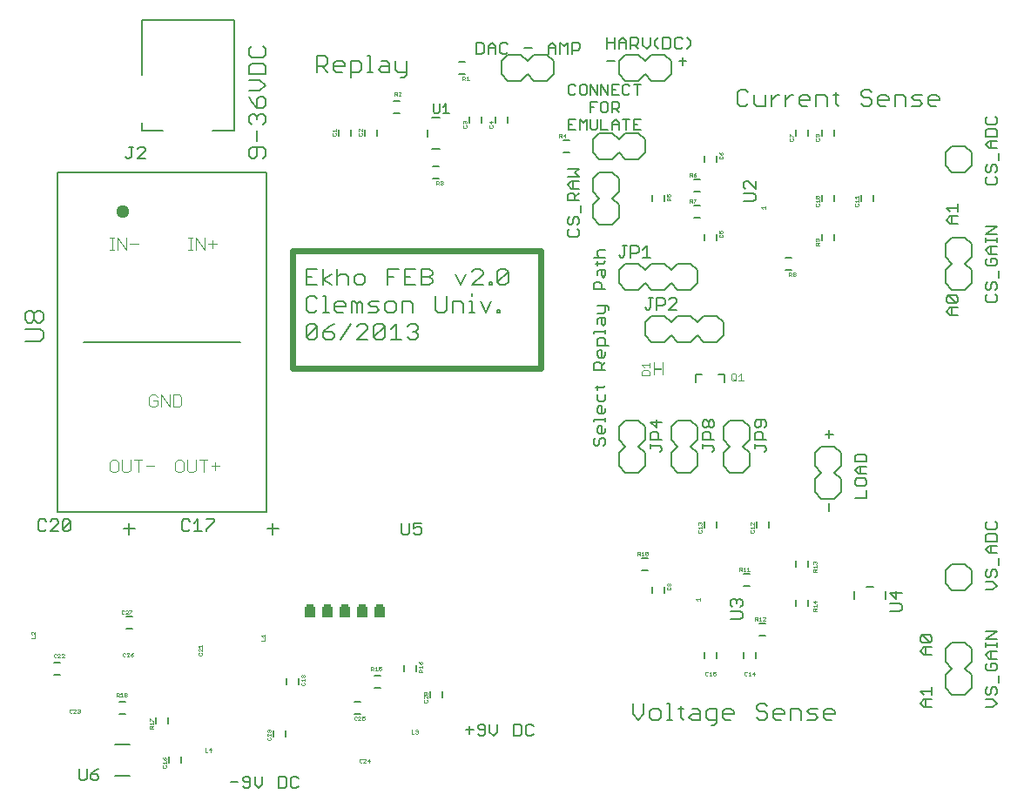
<source format=gto>
G75*
%MOIN*%
%OFA0B0*%
%FSLAX24Y24*%
%IPPOS*%
%LPD*%
%AMOC8*
5,1,8,0,0,1.08239X$1,22.5*
%
%ADD10C,0.0080*%
%ADD11C,0.0060*%
%ADD12C,0.0070*%
%ADD13C,0.0240*%
%ADD14C,0.0020*%
%ADD15C,0.0050*%
%ADD16C,0.0510*%
%ADD17C,0.0030*%
%ADD18R,0.0400X0.0400*%
%ADD19R,0.0315X0.0157*%
%ADD20C,0.0040*%
%ADD21R,0.0305X0.0050*%
D10*
X011743Y017690D02*
X011640Y017793D01*
X012054Y018207D01*
X012054Y017793D01*
X011950Y017690D01*
X011743Y017690D01*
X011640Y017793D02*
X011640Y018207D01*
X011743Y018311D01*
X011950Y018311D01*
X012054Y018207D01*
X012285Y018000D02*
X012595Y018000D01*
X012698Y017897D01*
X012698Y017793D01*
X012595Y017690D01*
X012388Y017690D01*
X012285Y017793D01*
X012285Y018000D01*
X012491Y018207D01*
X012698Y018311D01*
X012818Y018740D02*
X012714Y018843D01*
X012714Y019050D01*
X012818Y019154D01*
X013025Y019154D01*
X013128Y019050D01*
X013128Y018947D01*
X012714Y018947D01*
X012818Y018740D02*
X013025Y018740D01*
X013359Y018740D02*
X013359Y019154D01*
X013462Y019154D01*
X013566Y019050D01*
X013669Y019154D01*
X013772Y019050D01*
X013772Y018740D01*
X013566Y018740D02*
X013566Y019050D01*
X014003Y019050D02*
X014107Y018947D01*
X014314Y018947D01*
X014417Y018843D01*
X014314Y018740D01*
X014003Y018740D01*
X014003Y019050D02*
X014107Y019154D01*
X014417Y019154D01*
X014648Y019050D02*
X014648Y018843D01*
X014751Y018740D01*
X014958Y018740D01*
X015062Y018843D01*
X015062Y019050D01*
X014958Y019154D01*
X014751Y019154D01*
X014648Y019050D01*
X015292Y019154D02*
X015292Y018740D01*
X015292Y019154D02*
X015603Y019154D01*
X015706Y019050D01*
X015706Y018740D01*
X015611Y018311D02*
X015818Y018311D01*
X015921Y018207D01*
X015921Y018104D01*
X015818Y018000D01*
X015921Y017897D01*
X015921Y017793D01*
X015818Y017690D01*
X015611Y017690D01*
X015507Y017793D01*
X015276Y017690D02*
X014863Y017690D01*
X015070Y017690D02*
X015070Y018311D01*
X014863Y018104D01*
X014632Y018207D02*
X014632Y017793D01*
X014528Y017690D01*
X014322Y017690D01*
X014218Y017793D01*
X014632Y018207D01*
X014528Y018311D01*
X014322Y018311D01*
X014218Y018207D01*
X014218Y017793D01*
X013987Y017690D02*
X013574Y017690D01*
X013987Y018104D01*
X013987Y018207D01*
X013884Y018311D01*
X013677Y018311D01*
X013574Y018207D01*
X013343Y018311D02*
X012929Y017690D01*
X012491Y018740D02*
X012285Y018740D01*
X012388Y018740D02*
X012388Y019361D01*
X012285Y019361D01*
X012054Y019257D02*
X011950Y019361D01*
X011743Y019361D01*
X011640Y019257D01*
X011640Y018843D01*
X011743Y018740D01*
X011950Y018740D01*
X012054Y018843D01*
X012054Y019790D02*
X011640Y019790D01*
X011640Y020411D01*
X012054Y020411D01*
X012285Y020411D02*
X012285Y019790D01*
X012285Y019997D02*
X012595Y020204D01*
X012822Y020100D02*
X012925Y020204D01*
X013132Y020204D01*
X013235Y020100D01*
X013235Y019790D01*
X013466Y019893D02*
X013570Y019790D01*
X013776Y019790D01*
X013880Y019893D01*
X013880Y020100D01*
X013776Y020204D01*
X013570Y020204D01*
X013466Y020100D01*
X013466Y019893D01*
X012822Y019790D02*
X012822Y020411D01*
X012595Y019790D02*
X012285Y019997D01*
X011847Y020100D02*
X011640Y020100D01*
X014755Y020100D02*
X014962Y020100D01*
X014755Y019790D02*
X014755Y020411D01*
X015169Y020411D01*
X015400Y020411D02*
X015400Y019790D01*
X015814Y019790D01*
X016044Y019790D02*
X016355Y019790D01*
X016458Y019893D01*
X016458Y019997D01*
X016355Y020100D01*
X016044Y020100D01*
X016044Y019790D02*
X016044Y020411D01*
X016355Y020411D01*
X016458Y020307D01*
X016458Y020204D01*
X016355Y020100D01*
X015814Y020411D02*
X015400Y020411D01*
X015400Y020100D02*
X015607Y020100D01*
X016582Y019361D02*
X016582Y018843D01*
X016685Y018740D01*
X016892Y018740D01*
X016995Y018843D01*
X016995Y019361D01*
X017226Y019154D02*
X017536Y019154D01*
X017640Y019050D01*
X017640Y018740D01*
X017871Y018740D02*
X018077Y018740D01*
X017974Y018740D02*
X017974Y019154D01*
X017871Y019154D01*
X017974Y019361D02*
X017974Y019464D01*
X017978Y019790D02*
X018392Y020204D01*
X018392Y020307D01*
X018288Y020411D01*
X018081Y020411D01*
X017978Y020307D01*
X017747Y020204D02*
X017540Y019790D01*
X017334Y020204D01*
X017978Y019790D02*
X018392Y019790D01*
X018623Y019790D02*
X018726Y019790D01*
X018726Y019893D01*
X018623Y019893D01*
X018623Y019790D01*
X018945Y019893D02*
X019359Y020307D01*
X019359Y019893D01*
X019255Y019790D01*
X019048Y019790D01*
X018945Y019893D01*
X018945Y020307D01*
X019048Y020411D01*
X019255Y020411D01*
X019359Y020307D01*
X018714Y019154D02*
X018507Y018740D01*
X018300Y019154D01*
X018945Y018843D02*
X019048Y018843D01*
X019048Y018740D01*
X018945Y018740D01*
X018945Y018843D01*
X017226Y018740D02*
X017226Y019154D01*
X015818Y018000D02*
X015714Y018000D01*
X015507Y018207D02*
X015611Y018311D01*
X022600Y022350D02*
X022850Y022100D01*
X023350Y022100D01*
X023600Y022350D01*
X023600Y022850D01*
X023350Y023100D01*
X023600Y023350D01*
X023600Y023850D01*
X023350Y024100D01*
X022850Y024100D01*
X022600Y023850D01*
X022600Y023350D01*
X022850Y023100D01*
X022600Y022850D01*
X022600Y022350D01*
X023850Y020600D02*
X023600Y020350D01*
X023600Y019850D01*
X023850Y019600D01*
X024350Y019600D01*
X024600Y019850D01*
X024850Y019600D01*
X025350Y019600D01*
X025600Y019850D01*
X025850Y019600D01*
X026350Y019600D01*
X026600Y019850D01*
X026600Y020350D01*
X026350Y020600D01*
X025850Y020600D01*
X025600Y020350D01*
X025350Y020600D01*
X024850Y020600D01*
X024600Y020350D01*
X024350Y020600D01*
X023850Y020600D01*
X024850Y018600D02*
X024600Y018350D01*
X024600Y017850D01*
X024850Y017600D01*
X025350Y017600D01*
X025600Y017850D01*
X025850Y017600D01*
X026350Y017600D01*
X026600Y017850D01*
X026850Y017600D01*
X027350Y017600D01*
X027600Y017850D01*
X027600Y018350D01*
X027350Y018600D01*
X026850Y018600D01*
X026600Y018350D01*
X026350Y018600D01*
X025850Y018600D01*
X025600Y018350D01*
X025350Y018600D01*
X024850Y018600D01*
X026549Y016376D02*
X026549Y016061D01*
X026549Y016376D02*
X026785Y016376D01*
X027415Y016376D02*
X027651Y016376D01*
X027651Y016061D01*
X027850Y014600D02*
X028350Y014600D01*
X028600Y014350D01*
X028600Y013850D01*
X028350Y013600D01*
X028600Y013350D01*
X028600Y012850D01*
X028350Y012600D01*
X027850Y012600D01*
X027600Y012850D01*
X027600Y013350D01*
X027850Y013600D01*
X027600Y013850D01*
X027600Y014350D01*
X027850Y014600D01*
X026600Y014350D02*
X026600Y013850D01*
X026350Y013600D01*
X026600Y013350D01*
X026600Y012850D01*
X026350Y012600D01*
X025850Y012600D01*
X025600Y012850D01*
X025600Y013350D01*
X025850Y013600D01*
X025600Y013850D01*
X025600Y014350D01*
X025850Y014600D01*
X026350Y014600D01*
X026600Y014350D01*
X024600Y014350D02*
X024600Y013850D01*
X024350Y013600D01*
X024600Y013350D01*
X024600Y012850D01*
X024350Y012600D01*
X023850Y012600D01*
X023600Y012850D01*
X023600Y013350D01*
X023850Y013600D01*
X023600Y013850D01*
X023600Y014350D01*
X023850Y014600D01*
X024350Y014600D01*
X024600Y014350D01*
X031100Y013350D02*
X031100Y012850D01*
X031350Y012600D01*
X031100Y012350D01*
X031100Y011850D01*
X031350Y011600D01*
X031850Y011600D01*
X032100Y011850D01*
X032100Y012350D01*
X031850Y012600D01*
X032100Y012850D01*
X032100Y013350D01*
X031850Y013600D01*
X031350Y013600D01*
X031100Y013350D01*
X036100Y008850D02*
X036100Y008350D01*
X036350Y008100D01*
X036850Y008100D01*
X037100Y008350D01*
X037100Y008850D01*
X036850Y009100D01*
X036350Y009100D01*
X036100Y008850D01*
X036350Y006100D02*
X036850Y006100D01*
X037100Y005850D01*
X037100Y005350D01*
X036850Y005100D01*
X037100Y004850D01*
X037100Y004350D01*
X036850Y004100D01*
X036350Y004100D01*
X036100Y004350D01*
X036100Y004850D01*
X036350Y005100D01*
X036100Y005350D01*
X036100Y005850D01*
X036350Y006100D01*
X031859Y003450D02*
X031859Y003347D01*
X031445Y003347D01*
X031445Y003450D02*
X031548Y003554D01*
X031755Y003554D01*
X031859Y003450D01*
X031755Y003140D02*
X031548Y003140D01*
X031445Y003243D01*
X031445Y003450D01*
X031214Y003554D02*
X030904Y003554D01*
X030800Y003450D01*
X030904Y003347D01*
X031111Y003347D01*
X031214Y003243D01*
X031111Y003140D01*
X030800Y003140D01*
X030569Y003140D02*
X030569Y003450D01*
X030466Y003554D01*
X030156Y003554D01*
X030156Y003140D01*
X029925Y003347D02*
X029511Y003347D01*
X029511Y003450D02*
X029615Y003554D01*
X029822Y003554D01*
X029925Y003450D01*
X029925Y003347D01*
X029822Y003140D02*
X029615Y003140D01*
X029511Y003243D01*
X029511Y003450D01*
X029280Y003347D02*
X029280Y003243D01*
X029177Y003140D01*
X028970Y003140D01*
X028867Y003243D01*
X028970Y003450D02*
X029177Y003450D01*
X029280Y003347D01*
X029280Y003657D02*
X029177Y003761D01*
X028970Y003761D01*
X028867Y003657D01*
X028867Y003554D01*
X028970Y003450D01*
X027991Y003450D02*
X027991Y003347D01*
X027578Y003347D01*
X027578Y003450D02*
X027681Y003554D01*
X027888Y003554D01*
X027991Y003450D01*
X027888Y003140D02*
X027681Y003140D01*
X027578Y003243D01*
X027578Y003450D01*
X027347Y003554D02*
X027347Y003037D01*
X027243Y002933D01*
X027140Y002933D01*
X027036Y003140D02*
X027347Y003140D01*
X027036Y003140D02*
X026933Y003243D01*
X026933Y003450D01*
X027036Y003554D01*
X027347Y003554D01*
X026702Y003450D02*
X026702Y003140D01*
X026392Y003140D01*
X026288Y003243D01*
X026392Y003347D01*
X026702Y003347D01*
X026702Y003450D02*
X026599Y003554D01*
X026392Y003554D01*
X026066Y003554D02*
X025859Y003554D01*
X025962Y003657D02*
X025962Y003243D01*
X026066Y003140D01*
X025636Y003140D02*
X025429Y003140D01*
X025533Y003140D02*
X025533Y003761D01*
X025429Y003761D01*
X025198Y003450D02*
X025095Y003554D01*
X024888Y003554D01*
X024785Y003450D01*
X024785Y003243D01*
X024888Y003140D01*
X025095Y003140D01*
X025198Y003243D01*
X025198Y003450D01*
X024554Y003347D02*
X024554Y003761D01*
X024140Y003761D02*
X024140Y003347D01*
X024347Y003140D01*
X024554Y003347D01*
X036350Y019600D02*
X036100Y019850D01*
X036100Y020350D01*
X036350Y020600D01*
X036100Y020850D01*
X036100Y021350D01*
X036350Y021600D01*
X036850Y021600D01*
X037100Y021350D01*
X037100Y020850D01*
X036850Y020600D01*
X037100Y020350D01*
X037100Y019850D01*
X036850Y019600D01*
X036350Y019600D01*
X036350Y024100D02*
X036850Y024100D01*
X037100Y024350D01*
X037100Y024850D01*
X036850Y025100D01*
X036350Y025100D01*
X036100Y024850D01*
X036100Y024350D01*
X036350Y024100D01*
X035755Y026640D02*
X035548Y026640D01*
X035445Y026743D01*
X035445Y026950D01*
X035548Y027054D01*
X035755Y027054D01*
X035859Y026950D01*
X035859Y026847D01*
X035445Y026847D01*
X035214Y026743D02*
X035111Y026847D01*
X034904Y026847D01*
X034800Y026950D01*
X034904Y027054D01*
X035214Y027054D01*
X035214Y026743D02*
X035111Y026640D01*
X034800Y026640D01*
X034569Y026640D02*
X034569Y026950D01*
X034466Y027054D01*
X034156Y027054D01*
X034156Y026640D01*
X033925Y026847D02*
X033925Y026950D01*
X033822Y027054D01*
X033615Y027054D01*
X033511Y026950D01*
X033511Y026743D01*
X033615Y026640D01*
X033822Y026640D01*
X033925Y026847D02*
X033511Y026847D01*
X033280Y026847D02*
X033280Y026743D01*
X033177Y026640D01*
X032970Y026640D01*
X032867Y026743D01*
X032970Y026950D02*
X032867Y027054D01*
X032867Y027157D01*
X032970Y027261D01*
X033177Y027261D01*
X033280Y027157D01*
X033177Y026950D02*
X033280Y026847D01*
X033177Y026950D02*
X032970Y026950D01*
X031999Y027054D02*
X031792Y027054D01*
X031896Y027157D02*
X031896Y026743D01*
X031999Y026640D01*
X031562Y026640D02*
X031562Y026950D01*
X031458Y027054D01*
X031148Y027054D01*
X031148Y026640D01*
X030917Y026847D02*
X030917Y026950D01*
X030814Y027054D01*
X030607Y027054D01*
X030503Y026950D01*
X030503Y026743D01*
X030607Y026640D01*
X030814Y026640D01*
X030917Y026847D02*
X030503Y026847D01*
X030276Y027054D02*
X030173Y027054D01*
X029966Y026847D01*
X029966Y026640D02*
X029966Y027054D01*
X029739Y027054D02*
X029636Y027054D01*
X029429Y026847D01*
X029429Y026640D02*
X029429Y027054D01*
X029198Y027054D02*
X029198Y026640D01*
X028888Y026640D01*
X028785Y026743D01*
X028785Y027054D01*
X028554Y027157D02*
X028450Y027261D01*
X028243Y027261D01*
X028140Y027157D01*
X028140Y026743D01*
X028243Y026640D01*
X028450Y026640D01*
X028554Y026743D01*
X025600Y027850D02*
X025600Y028350D01*
X025350Y028600D01*
X024850Y028600D01*
X024600Y028350D01*
X024350Y028600D01*
X023850Y028600D01*
X023600Y028350D01*
X023600Y027850D01*
X023850Y027600D01*
X024350Y027600D01*
X024600Y027850D01*
X024850Y027600D01*
X025350Y027600D01*
X025600Y027850D01*
X024350Y025600D02*
X023850Y025600D01*
X023600Y025350D01*
X023350Y025600D01*
X022850Y025600D01*
X022600Y025350D01*
X022600Y024850D01*
X022850Y024600D01*
X023350Y024600D01*
X023600Y024850D01*
X023850Y024600D01*
X024350Y024600D01*
X024600Y024850D01*
X024600Y025350D01*
X024350Y025600D01*
X021100Y027850D02*
X021100Y028350D01*
X020850Y028600D01*
X020350Y028600D01*
X020100Y028350D01*
X019850Y028600D01*
X019350Y028600D01*
X019100Y028350D01*
X019100Y027850D01*
X019350Y027600D01*
X019850Y027600D01*
X020100Y027850D01*
X020350Y027600D01*
X020850Y027600D01*
X021100Y027850D01*
X015462Y027837D02*
X015358Y027733D01*
X015255Y027733D01*
X015462Y027837D02*
X015462Y028354D01*
X015462Y027940D02*
X015151Y027940D01*
X015048Y028043D01*
X015048Y028354D01*
X014817Y028250D02*
X014817Y027940D01*
X014507Y027940D01*
X014403Y028043D01*
X014507Y028147D01*
X014817Y028147D01*
X014817Y028250D02*
X014714Y028354D01*
X014507Y028354D01*
X014077Y028561D02*
X014077Y027940D01*
X013974Y027940D02*
X014180Y027940D01*
X013743Y028043D02*
X013743Y028250D01*
X013639Y028354D01*
X013329Y028354D01*
X013329Y027733D01*
X013329Y027940D02*
X013639Y027940D01*
X013743Y028043D01*
X013974Y028561D02*
X014077Y028561D01*
X013098Y028250D02*
X013098Y028147D01*
X012685Y028147D01*
X012685Y028250D02*
X012788Y028354D01*
X012995Y028354D01*
X013098Y028250D01*
X012995Y027940D02*
X012788Y027940D01*
X012685Y028043D01*
X012685Y028250D01*
X012454Y028250D02*
X012350Y028147D01*
X012040Y028147D01*
X012247Y028147D02*
X012454Y027940D01*
X012454Y028250D02*
X012454Y028457D01*
X012350Y028561D01*
X012040Y028561D01*
X012040Y027940D01*
X010060Y027863D02*
X010060Y028173D01*
X009957Y028276D01*
X009543Y028276D01*
X009439Y028173D01*
X009439Y027863D01*
X010060Y027863D01*
X009853Y027632D02*
X009439Y027632D01*
X009439Y027218D02*
X009853Y027218D01*
X010060Y027425D01*
X009853Y027632D01*
X009853Y026987D02*
X009750Y026884D01*
X009750Y026574D01*
X009957Y026574D01*
X010060Y026677D01*
X010060Y026884D01*
X009957Y026987D01*
X009853Y026987D01*
X009543Y026780D02*
X009750Y026574D01*
X009853Y026343D02*
X009957Y026343D01*
X010060Y026239D01*
X010060Y026033D01*
X009957Y025929D01*
X009750Y026136D02*
X009750Y026239D01*
X009853Y026343D01*
X009750Y026239D02*
X009646Y026343D01*
X009543Y026343D01*
X009439Y026239D01*
X009439Y026033D01*
X009543Y025929D01*
X009750Y025698D02*
X009750Y025285D01*
X009750Y025054D02*
X009750Y024743D01*
X009646Y024640D01*
X009543Y024640D01*
X009439Y024743D01*
X009439Y024950D01*
X009543Y025054D01*
X009957Y025054D01*
X010060Y024950D01*
X010060Y024743D01*
X009957Y024640D01*
X008872Y025706D02*
X008045Y025706D01*
X008872Y025706D02*
X008872Y029919D01*
X005328Y029919D01*
X005328Y027832D01*
X005328Y025982D02*
X005328Y025706D01*
X006155Y025706D01*
X009439Y026987D02*
X009543Y026780D01*
X009543Y028507D02*
X009957Y028507D01*
X010060Y028611D01*
X010060Y028818D01*
X009957Y028921D01*
X009543Y028921D02*
X009439Y028818D01*
X009439Y028611D01*
X009543Y028507D01*
D11*
X012864Y025718D02*
X012864Y025482D01*
X013336Y025482D02*
X013336Y025718D01*
X013864Y025718D02*
X013864Y025482D01*
X014336Y025482D02*
X014336Y025718D01*
X014982Y026364D02*
X015218Y026364D01*
X015218Y026836D02*
X014982Y026836D01*
X016450Y026190D02*
X016750Y026190D01*
X016270Y025730D02*
X016270Y025470D01*
X016450Y025010D02*
X016750Y025010D01*
X016718Y024336D02*
X016482Y024336D01*
X016482Y023864D02*
X016718Y023864D01*
X017864Y025982D02*
X017864Y026218D01*
X018336Y026218D02*
X018336Y025982D01*
X018864Y025982D02*
X018864Y026218D01*
X019336Y026218D02*
X019336Y025982D01*
X021482Y025336D02*
X021718Y025336D01*
X021718Y024864D02*
X021482Y024864D01*
X024864Y023218D02*
X024864Y022982D01*
X025336Y022982D02*
X025336Y023218D01*
X026482Y023364D02*
X026718Y023364D01*
X026718Y022836D02*
X026482Y022836D01*
X026482Y022364D02*
X026718Y022364D01*
X026864Y021718D02*
X026864Y021482D01*
X027336Y021482D02*
X027336Y021718D01*
X026718Y023836D02*
X026482Y023836D01*
X026864Y024482D02*
X026864Y024718D01*
X027336Y024718D02*
X027336Y024482D01*
X030364Y025482D02*
X030364Y025718D01*
X030836Y025718D02*
X030836Y025482D01*
X031364Y025482D02*
X031364Y025718D01*
X031836Y025718D02*
X031836Y025482D01*
X031836Y023218D02*
X031836Y022982D01*
X031364Y022982D02*
X031364Y023218D01*
X032864Y023218D02*
X032864Y022982D01*
X033336Y022982D02*
X033336Y023218D01*
X031836Y021718D02*
X031836Y021482D01*
X031364Y021482D02*
X031364Y021718D01*
X030218Y020836D02*
X029982Y020836D01*
X029982Y020364D02*
X030218Y020364D01*
X023217Y018915D02*
X023217Y018841D01*
X023217Y018915D02*
X023143Y018988D01*
X022776Y018988D01*
X022776Y018694D02*
X022997Y018694D01*
X023070Y018768D01*
X023070Y018988D01*
X023070Y018528D02*
X023070Y018307D01*
X022997Y018234D01*
X022923Y018307D01*
X022923Y018528D01*
X022850Y018528D02*
X023070Y018528D01*
X022850Y018528D02*
X022776Y018454D01*
X022776Y018307D01*
X022630Y018000D02*
X023070Y018000D01*
X023070Y017927D02*
X023070Y018074D01*
X022997Y017760D02*
X023070Y017687D01*
X023070Y017467D01*
X023217Y017467D02*
X022776Y017467D01*
X022776Y017687D01*
X022850Y017760D01*
X022997Y017760D01*
X022630Y017927D02*
X022630Y018000D01*
X022850Y017300D02*
X022776Y017226D01*
X022776Y017080D01*
X022850Y017006D01*
X022997Y017006D01*
X023070Y017080D01*
X023070Y017226D01*
X022923Y017300D02*
X022923Y017006D01*
X022850Y016839D02*
X022923Y016766D01*
X022923Y016546D01*
X022923Y016693D02*
X023070Y016839D01*
X022850Y016839D02*
X022703Y016839D01*
X022630Y016766D01*
X022630Y016546D01*
X023070Y016546D01*
X023070Y015925D02*
X022997Y015852D01*
X022703Y015852D01*
X022776Y015778D02*
X022776Y015925D01*
X022776Y015612D02*
X022776Y015392D01*
X022850Y015318D01*
X022997Y015318D01*
X023070Y015392D01*
X023070Y015612D01*
X022923Y015151D02*
X022923Y014858D01*
X022850Y014858D02*
X022776Y014931D01*
X022776Y015078D01*
X022850Y015151D01*
X022923Y015151D01*
X023070Y015078D02*
X023070Y014931D01*
X022997Y014858D01*
X022850Y014858D01*
X023070Y014698D02*
X023070Y014551D01*
X023070Y014624D02*
X022630Y014624D01*
X022630Y014551D01*
X022850Y014384D02*
X022776Y014311D01*
X022776Y014164D01*
X022850Y014090D01*
X022997Y014090D01*
X023070Y014164D01*
X023070Y014311D01*
X022923Y014384D02*
X022923Y014090D01*
X022923Y013924D02*
X022997Y013924D01*
X023070Y013850D01*
X023070Y013703D01*
X022997Y013630D01*
X022850Y013703D02*
X022850Y013850D01*
X022923Y013924D01*
X022703Y013924D02*
X022630Y013850D01*
X022630Y013703D01*
X022703Y013630D01*
X022776Y013630D01*
X022850Y013703D01*
X022850Y014384D02*
X022923Y014384D01*
X022850Y017300D02*
X022923Y017300D01*
X022923Y019615D02*
X022923Y019835D01*
X022850Y019909D01*
X022703Y019909D01*
X022630Y019835D01*
X022630Y019615D01*
X023070Y019615D01*
X022997Y020075D02*
X022923Y020149D01*
X022923Y020369D01*
X022850Y020369D02*
X023070Y020369D01*
X023070Y020149D01*
X022997Y020075D01*
X022776Y020149D02*
X022776Y020296D01*
X022850Y020369D01*
X022776Y020536D02*
X022776Y020683D01*
X022703Y020609D02*
X022997Y020609D01*
X023070Y020683D01*
X023070Y020843D02*
X022630Y020843D01*
X022776Y020916D02*
X022776Y021063D01*
X022850Y021136D01*
X023070Y021136D01*
X022850Y020843D02*
X022776Y020916D01*
X017718Y027864D02*
X017482Y027864D01*
X017482Y028336D02*
X017718Y028336D01*
X018130Y028630D02*
X018350Y028630D01*
X018424Y028703D01*
X018424Y028997D01*
X018350Y029070D01*
X018130Y029070D01*
X018130Y028630D01*
X018590Y028630D02*
X018590Y028924D01*
X018737Y029070D01*
X018884Y028924D01*
X018884Y028630D01*
X019051Y028703D02*
X019051Y028997D01*
X019124Y029070D01*
X019271Y029070D01*
X019344Y028997D01*
X019344Y028703D02*
X019271Y028630D01*
X019124Y028630D01*
X019051Y028703D01*
X018884Y028850D02*
X018590Y028850D01*
X019972Y028850D02*
X020265Y028850D01*
X020892Y028850D02*
X021186Y028850D01*
X021186Y028924D02*
X021186Y028630D01*
X021353Y028630D02*
X021353Y029070D01*
X021500Y028924D01*
X021646Y029070D01*
X021646Y028630D01*
X021813Y028630D02*
X021813Y029070D01*
X022033Y029070D01*
X022107Y028997D01*
X022107Y028850D01*
X022033Y028777D01*
X021813Y028777D01*
X021186Y028924D02*
X021039Y029070D01*
X020892Y028924D01*
X020892Y028630D01*
X023130Y028830D02*
X023130Y029270D01*
X023130Y029050D02*
X023424Y029050D01*
X023590Y029050D02*
X023884Y029050D01*
X023884Y029124D02*
X023884Y028830D01*
X024051Y028830D02*
X024051Y029270D01*
X024271Y029270D01*
X024344Y029197D01*
X024344Y029050D01*
X024271Y028977D01*
X024051Y028977D01*
X024198Y028977D02*
X024344Y028830D01*
X024511Y028977D02*
X024511Y029270D01*
X024511Y028977D02*
X024658Y028830D01*
X024805Y028977D01*
X024805Y029270D01*
X024972Y029124D02*
X025118Y029270D01*
X025278Y029270D02*
X025278Y028830D01*
X025499Y028830D01*
X025572Y028903D01*
X025572Y029197D01*
X025499Y029270D01*
X025278Y029270D01*
X024972Y029124D02*
X024972Y028977D01*
X025118Y028830D01*
X025739Y028903D02*
X025812Y028830D01*
X025959Y028830D01*
X026032Y028903D01*
X026199Y028830D02*
X026346Y028977D01*
X026346Y029124D01*
X026199Y029270D01*
X026032Y029197D02*
X025959Y029270D01*
X025812Y029270D01*
X025739Y029197D01*
X025739Y028903D01*
X026039Y028497D02*
X026039Y028203D01*
X025892Y028350D02*
X026186Y028350D01*
X023884Y029124D02*
X023737Y029270D01*
X023590Y029124D01*
X023590Y028830D01*
X023424Y028830D02*
X023424Y029270D01*
X023424Y028350D02*
X023130Y028350D01*
X001570Y018680D02*
X001570Y018447D01*
X001453Y018330D01*
X001336Y018330D01*
X001220Y018447D01*
X001220Y018680D01*
X001336Y018797D01*
X001453Y018797D01*
X001570Y018680D01*
X001220Y018680D02*
X001103Y018797D01*
X000986Y018797D01*
X000869Y018680D01*
X000869Y018447D01*
X000986Y018330D01*
X001103Y018330D01*
X001220Y018447D01*
X001453Y018097D02*
X000869Y018097D01*
X001453Y018097D02*
X001570Y017980D01*
X001570Y017747D01*
X001453Y017630D01*
X000869Y017630D01*
X004844Y010664D02*
X004844Y010237D01*
X004630Y010450D02*
X005057Y010450D01*
X004968Y007086D02*
X004732Y007086D01*
X004732Y006614D02*
X004968Y006614D01*
X002218Y005336D02*
X001982Y005336D01*
X001982Y004864D02*
X002218Y004864D01*
X004482Y003836D02*
X004718Y003836D01*
X004718Y003364D02*
X004482Y003364D01*
X004320Y002208D02*
X004881Y002208D01*
X004881Y000992D02*
X004320Y000992D01*
X006364Y001482D02*
X006364Y001718D01*
X006836Y001718D02*
X006836Y001482D01*
X006336Y002982D02*
X006336Y003218D01*
X005864Y003218D02*
X005864Y002982D01*
X010364Y002718D02*
X010364Y002482D01*
X010836Y002482D02*
X010836Y002718D01*
X010864Y004482D02*
X010864Y004718D01*
X011336Y004718D02*
X011336Y004482D01*
X013482Y003836D02*
X013718Y003836D01*
X014232Y004364D02*
X014468Y004364D01*
X014468Y004836D02*
X014232Y004836D01*
X015364Y004982D02*
X015364Y005218D01*
X015836Y005218D02*
X015836Y004982D01*
X016364Y004218D02*
X016364Y003982D01*
X016836Y003982D02*
X016836Y004218D01*
X017877Y002897D02*
X017877Y002603D01*
X017730Y002750D02*
X018024Y002750D01*
X018190Y002824D02*
X018190Y002897D01*
X018264Y002970D01*
X018411Y002970D01*
X018484Y002897D01*
X018484Y002603D01*
X018411Y002530D01*
X018264Y002530D01*
X018190Y002603D01*
X018264Y002750D02*
X018484Y002750D01*
X018651Y002677D02*
X018651Y002970D01*
X018651Y002677D02*
X018798Y002530D01*
X018944Y002677D01*
X018944Y002970D01*
X018264Y002750D02*
X018190Y002824D01*
X019572Y002970D02*
X019572Y002530D01*
X019792Y002530D01*
X019865Y002603D01*
X019865Y002897D01*
X019792Y002970D01*
X019572Y002970D01*
X020032Y002897D02*
X020032Y002603D01*
X020105Y002530D01*
X020252Y002530D01*
X020326Y002603D01*
X020326Y002897D02*
X020252Y002970D01*
X020105Y002970D01*
X020032Y002897D01*
X013718Y003364D02*
X013482Y003364D01*
X010344Y010237D02*
X010344Y010664D01*
X010557Y010450D02*
X010130Y010450D01*
X024482Y009336D02*
X024718Y009336D01*
X024718Y008864D02*
X024482Y008864D01*
X024864Y008218D02*
X024864Y007982D01*
X025336Y007982D02*
X025336Y008218D01*
X026864Y010482D02*
X026864Y010718D01*
X027336Y010718D02*
X027336Y010482D01*
X028864Y010482D02*
X028864Y010718D01*
X029336Y010718D02*
X029336Y010482D01*
X030364Y009218D02*
X030364Y008982D01*
X030836Y008982D02*
X030836Y009218D01*
X030836Y007718D02*
X030836Y007482D01*
X030364Y007482D02*
X030364Y007718D01*
X029218Y006836D02*
X028982Y006836D01*
X028982Y006364D02*
X029218Y006364D01*
X028836Y005718D02*
X028836Y005482D01*
X028364Y005482D02*
X028364Y005718D01*
X027336Y005718D02*
X027336Y005482D01*
X026864Y005482D02*
X026864Y005718D01*
X028382Y008264D02*
X028618Y008264D01*
X028618Y008736D02*
X028382Y008736D01*
X032610Y008050D02*
X032610Y007750D01*
X033070Y008230D02*
X033330Y008230D01*
X033790Y008050D02*
X033790Y007750D01*
D12*
X035206Y006382D02*
X035493Y006095D01*
X035565Y006167D01*
X035565Y006311D01*
X035493Y006382D01*
X035206Y006382D01*
X035135Y006311D01*
X035135Y006167D01*
X035206Y006095D01*
X035493Y006095D01*
X035565Y005922D02*
X035278Y005922D01*
X035135Y005778D01*
X035278Y005635D01*
X035565Y005635D01*
X035350Y005635D02*
X035350Y005922D01*
X035565Y004382D02*
X035565Y004095D01*
X035565Y004239D02*
X035135Y004239D01*
X035278Y004095D01*
X035278Y003922D02*
X035565Y003922D01*
X035350Y003922D02*
X035350Y003635D01*
X035278Y003635D02*
X035135Y003778D01*
X035278Y003922D01*
X035278Y003635D02*
X035565Y003635D01*
X037635Y003635D02*
X037922Y003635D01*
X038065Y003778D01*
X037922Y003922D01*
X037635Y003922D01*
X037706Y004095D02*
X037778Y004095D01*
X037850Y004167D01*
X037850Y004311D01*
X037922Y004382D01*
X037993Y004382D01*
X038065Y004311D01*
X038065Y004167D01*
X037993Y004095D01*
X037706Y004095D02*
X037635Y004167D01*
X037635Y004311D01*
X037706Y004382D01*
X038137Y004556D02*
X038137Y004843D01*
X037993Y005016D02*
X038065Y005088D01*
X038065Y005231D01*
X037993Y005303D01*
X037850Y005303D01*
X037850Y005160D01*
X037706Y005303D02*
X037635Y005231D01*
X037635Y005088D01*
X037706Y005016D01*
X037993Y005016D01*
X038065Y005477D02*
X037778Y005477D01*
X037635Y005620D01*
X037778Y005763D01*
X038065Y005763D01*
X038065Y005937D02*
X038065Y006080D01*
X038065Y006009D02*
X037635Y006009D01*
X037635Y006080D02*
X037635Y005937D01*
X037850Y005763D02*
X037850Y005477D01*
X038065Y006244D02*
X037635Y006244D01*
X038065Y006531D01*
X037635Y006531D01*
X037635Y008135D02*
X037922Y008135D01*
X038065Y008278D01*
X037922Y008422D01*
X037635Y008422D01*
X037706Y008595D02*
X037778Y008595D01*
X037850Y008667D01*
X037850Y008811D01*
X037922Y008882D01*
X037993Y008882D01*
X038065Y008811D01*
X038065Y008667D01*
X037993Y008595D01*
X037706Y008595D02*
X037635Y008667D01*
X037635Y008811D01*
X037706Y008882D01*
X038137Y009056D02*
X038137Y009343D01*
X038065Y009516D02*
X037778Y009516D01*
X037635Y009660D01*
X037778Y009803D01*
X038065Y009803D01*
X038065Y009977D02*
X038065Y010192D01*
X037993Y010263D01*
X037706Y010263D01*
X037635Y010192D01*
X037635Y009977D01*
X038065Y009977D01*
X037850Y009803D02*
X037850Y009516D01*
X037706Y010437D02*
X037993Y010437D01*
X038065Y010509D01*
X038065Y010652D01*
X037993Y010724D01*
X037706Y010724D02*
X037635Y010652D01*
X037635Y010509D01*
X037706Y010437D01*
X033065Y011635D02*
X033065Y011922D01*
X032993Y012095D02*
X032706Y012095D01*
X032635Y012167D01*
X032635Y012311D01*
X032706Y012382D01*
X032993Y012382D01*
X033065Y012311D01*
X033065Y012167D01*
X032993Y012095D01*
X033065Y012556D02*
X032778Y012556D01*
X032635Y012699D01*
X032778Y012843D01*
X033065Y012843D01*
X033065Y013016D02*
X032635Y013016D01*
X032635Y013231D01*
X032706Y013303D01*
X032993Y013303D01*
X033065Y013231D01*
X033065Y013016D01*
X032850Y012843D02*
X032850Y012556D01*
X032635Y011635D02*
X033065Y011635D01*
X031650Y011422D02*
X031650Y011135D01*
X031650Y013935D02*
X031650Y014222D01*
X031793Y014078D02*
X031506Y014078D01*
X036135Y018778D02*
X036278Y018635D01*
X036565Y018635D01*
X036350Y018635D02*
X036350Y018922D01*
X036278Y018922D02*
X036565Y018922D01*
X036493Y019095D02*
X036206Y019095D01*
X036135Y019167D01*
X036135Y019311D01*
X036206Y019382D01*
X036493Y019095D01*
X036565Y019167D01*
X036565Y019311D01*
X036493Y019382D01*
X036206Y019382D01*
X036278Y018922D02*
X036135Y018778D01*
X037635Y019207D02*
X037706Y019135D01*
X037993Y019135D01*
X038065Y019207D01*
X038065Y019350D01*
X037993Y019422D01*
X037993Y019595D02*
X038065Y019667D01*
X038065Y019811D01*
X037993Y019882D01*
X037922Y019882D01*
X037850Y019811D01*
X037850Y019667D01*
X037778Y019595D01*
X037706Y019595D01*
X037635Y019667D01*
X037635Y019811D01*
X037706Y019882D01*
X037706Y019422D02*
X037635Y019350D01*
X037635Y019207D01*
X038137Y020056D02*
X038137Y020343D01*
X037993Y020516D02*
X038065Y020588D01*
X038065Y020731D01*
X037993Y020803D01*
X037850Y020803D01*
X037850Y020660D01*
X037706Y020803D02*
X037635Y020731D01*
X037635Y020588D01*
X037706Y020516D01*
X037993Y020516D01*
X038065Y020977D02*
X037778Y020977D01*
X037635Y021120D01*
X037778Y021263D01*
X038065Y021263D01*
X038065Y021437D02*
X038065Y021580D01*
X038065Y021509D02*
X037635Y021509D01*
X037635Y021580D02*
X037635Y021437D01*
X037850Y021263D02*
X037850Y020977D01*
X038065Y021744D02*
X037635Y021744D01*
X038065Y022031D01*
X037635Y022031D01*
X036565Y022135D02*
X036278Y022135D01*
X036135Y022278D01*
X036278Y022422D01*
X036565Y022422D01*
X036565Y022595D02*
X036565Y022882D01*
X036565Y022739D02*
X036135Y022739D01*
X036278Y022595D01*
X036350Y022422D02*
X036350Y022135D01*
X037706Y023635D02*
X037993Y023635D01*
X038065Y023707D01*
X038065Y023850D01*
X037993Y023922D01*
X037993Y024095D02*
X038065Y024167D01*
X038065Y024311D01*
X037993Y024382D01*
X037922Y024382D01*
X037850Y024311D01*
X037850Y024167D01*
X037778Y024095D01*
X037706Y024095D01*
X037635Y024167D01*
X037635Y024311D01*
X037706Y024382D01*
X038137Y024556D02*
X038137Y024843D01*
X038065Y025016D02*
X037778Y025016D01*
X037635Y025160D01*
X037778Y025303D01*
X038065Y025303D01*
X038065Y025477D02*
X038065Y025692D01*
X037993Y025763D01*
X037706Y025763D01*
X037635Y025692D01*
X037635Y025477D01*
X038065Y025477D01*
X037850Y025303D02*
X037850Y025016D01*
X037706Y025937D02*
X037993Y025937D01*
X038065Y026009D01*
X038065Y026152D01*
X037993Y026224D01*
X037706Y026224D02*
X037635Y026152D01*
X037635Y026009D01*
X037706Y025937D01*
X037706Y023922D02*
X037635Y023850D01*
X037635Y023707D01*
X037706Y023635D01*
X022137Y022843D02*
X022137Y022556D01*
X021993Y022382D02*
X022065Y022311D01*
X022065Y022167D01*
X021993Y022095D01*
X021850Y022167D02*
X021778Y022095D01*
X021706Y022095D01*
X021635Y022167D01*
X021635Y022311D01*
X021706Y022382D01*
X021850Y022311D02*
X021922Y022382D01*
X021993Y022382D01*
X021850Y022311D02*
X021850Y022167D01*
X021993Y021922D02*
X022065Y021850D01*
X022065Y021707D01*
X021993Y021635D01*
X021706Y021635D01*
X021635Y021707D01*
X021635Y021850D01*
X021706Y021922D01*
X021635Y023016D02*
X021635Y023231D01*
X021706Y023303D01*
X021850Y023303D01*
X021922Y023231D01*
X021922Y023016D01*
X022065Y023016D02*
X021635Y023016D01*
X021922Y023160D02*
X022065Y023303D01*
X022065Y023477D02*
X021778Y023477D01*
X021635Y023620D01*
X021778Y023763D01*
X022065Y023763D01*
X022065Y023937D02*
X021922Y024080D01*
X022065Y024224D01*
X021635Y024224D01*
X021635Y023937D02*
X022065Y023937D01*
X021850Y023763D02*
X021850Y023477D01*
X011252Y000965D02*
X011109Y000965D01*
X011037Y000894D01*
X011037Y000607D01*
X011109Y000535D01*
X011252Y000535D01*
X011324Y000607D01*
X011324Y000894D02*
X011252Y000965D01*
X010863Y000894D02*
X010792Y000965D01*
X010577Y000965D01*
X010577Y000535D01*
X010792Y000535D01*
X010863Y000607D01*
X010863Y000894D01*
X009943Y000965D02*
X009943Y000678D01*
X009799Y000535D01*
X009656Y000678D01*
X009656Y000965D01*
X009482Y000894D02*
X009411Y000965D01*
X009267Y000965D01*
X009195Y000894D01*
X009195Y000822D01*
X009267Y000750D01*
X009482Y000750D01*
X009482Y000607D02*
X009482Y000894D01*
X009482Y000607D02*
X009411Y000535D01*
X009267Y000535D01*
X009195Y000607D01*
X009022Y000750D02*
X008735Y000750D01*
D13*
X011100Y016600D02*
X011100Y021100D01*
X020600Y021100D01*
X020600Y016600D01*
X011100Y016600D01*
D14*
X016615Y023625D02*
X016615Y023765D01*
X016685Y023765D01*
X016709Y023742D01*
X016709Y023695D01*
X016685Y023672D01*
X016615Y023672D01*
X016662Y023672D02*
X016709Y023625D01*
X016763Y023648D02*
X016786Y023625D01*
X016833Y023625D01*
X016856Y023648D01*
X016856Y023672D01*
X016833Y023695D01*
X016809Y023695D01*
X016833Y023695D02*
X016856Y023718D01*
X016856Y023742D01*
X016833Y023765D01*
X016786Y023765D01*
X016763Y023742D01*
X017648Y025810D02*
X017742Y025810D01*
X017765Y025833D01*
X017765Y025880D01*
X017742Y025903D01*
X017742Y025957D02*
X017765Y025981D01*
X017765Y026027D01*
X017742Y026051D01*
X017718Y026051D01*
X017695Y026027D01*
X017695Y026004D01*
X017695Y026027D02*
X017672Y026051D01*
X017648Y026051D01*
X017625Y026027D01*
X017625Y025981D01*
X017648Y025957D01*
X017648Y025903D02*
X017625Y025880D01*
X017625Y025833D01*
X017648Y025810D01*
X018625Y025833D02*
X018648Y025810D01*
X018742Y025810D01*
X018765Y025833D01*
X018765Y025880D01*
X018742Y025903D01*
X018695Y025957D02*
X018695Y026051D01*
X018765Y026027D02*
X018625Y026027D01*
X018695Y025957D01*
X018648Y025903D02*
X018625Y025880D01*
X018625Y025833D01*
X017856Y027625D02*
X017763Y027625D01*
X017809Y027625D02*
X017809Y027765D01*
X017763Y027718D01*
X017709Y027695D02*
X017685Y027672D01*
X017615Y027672D01*
X017615Y027625D02*
X017615Y027765D01*
X017685Y027765D01*
X017709Y027742D01*
X017709Y027695D01*
X017662Y027672D02*
X017709Y027625D01*
X015251Y027152D02*
X015227Y027175D01*
X015181Y027175D01*
X015157Y027152D01*
X015103Y027152D02*
X015103Y027105D01*
X015080Y027082D01*
X015010Y027082D01*
X015057Y027082D02*
X015103Y027035D01*
X015157Y027035D02*
X015251Y027128D01*
X015251Y027152D01*
X015251Y027035D02*
X015157Y027035D01*
X015103Y027152D02*
X015080Y027175D01*
X015010Y027175D01*
X015010Y027035D01*
X013765Y025751D02*
X013765Y025657D01*
X013672Y025751D01*
X013648Y025751D01*
X013625Y025727D01*
X013625Y025681D01*
X013648Y025657D01*
X013648Y025603D02*
X013625Y025580D01*
X013625Y025533D01*
X013648Y025510D01*
X013742Y025510D01*
X013765Y025533D01*
X013765Y025580D01*
X013742Y025603D01*
X012765Y025580D02*
X012742Y025603D01*
X012765Y025580D02*
X012765Y025533D01*
X012742Y025510D01*
X012648Y025510D01*
X012625Y025533D01*
X012625Y025580D01*
X012648Y025603D01*
X012672Y025657D02*
X012625Y025704D01*
X012765Y025704D01*
X012765Y025657D02*
X012765Y025751D01*
X021310Y025575D02*
X021380Y025575D01*
X021403Y025552D01*
X021403Y025505D01*
X021380Y025482D01*
X021310Y025482D01*
X021357Y025482D02*
X021403Y025435D01*
X021457Y025505D02*
X021551Y025505D01*
X021527Y025435D02*
X021527Y025575D01*
X021457Y025505D01*
X021310Y025435D02*
X021310Y025575D01*
X025435Y023256D02*
X025435Y023163D01*
X025505Y023163D01*
X025482Y023209D01*
X025482Y023233D01*
X025505Y023256D01*
X025552Y023256D01*
X025575Y023233D01*
X025575Y023186D01*
X025552Y023163D01*
X025575Y023109D02*
X025528Y023062D01*
X025528Y023085D02*
X025528Y023015D01*
X025575Y023015D02*
X025435Y023015D01*
X025435Y023085D01*
X025458Y023109D01*
X025505Y023109D01*
X025528Y023085D01*
X026310Y023075D02*
X026310Y022935D01*
X026310Y022982D02*
X026380Y022982D01*
X026403Y023005D01*
X026403Y023052D01*
X026380Y023075D01*
X026310Y023075D01*
X026357Y022982D02*
X026403Y022935D01*
X026457Y022935D02*
X026457Y022958D01*
X026551Y023052D01*
X026551Y023075D01*
X026457Y023075D01*
X026481Y023935D02*
X026527Y023935D01*
X026551Y023958D01*
X026551Y023982D01*
X026527Y024005D01*
X026457Y024005D01*
X026457Y023958D01*
X026481Y023935D01*
X026457Y024005D02*
X026504Y024052D01*
X026551Y024075D01*
X026403Y024052D02*
X026403Y024005D01*
X026380Y023982D01*
X026310Y023982D01*
X026357Y023982D02*
X026403Y023935D01*
X026310Y023935D02*
X026310Y024075D01*
X026380Y024075D01*
X026403Y024052D01*
X027435Y024639D02*
X027435Y024685D01*
X027458Y024709D01*
X027505Y024763D02*
X027458Y024809D01*
X027435Y024856D01*
X027505Y024833D02*
X027505Y024763D01*
X027552Y024763D01*
X027575Y024786D01*
X027575Y024833D01*
X027552Y024856D01*
X027528Y024856D01*
X027505Y024833D01*
X027552Y024709D02*
X027575Y024685D01*
X027575Y024639D01*
X027552Y024615D01*
X027458Y024615D01*
X027435Y024639D01*
X029050Y022757D02*
X029190Y022757D01*
X029190Y022803D02*
X029190Y022710D01*
X029097Y022710D02*
X029050Y022757D01*
X027575Y021833D02*
X027575Y021786D01*
X027552Y021763D01*
X027505Y021763D02*
X027482Y021809D01*
X027482Y021833D01*
X027505Y021856D01*
X027552Y021856D01*
X027575Y021833D01*
X027505Y021763D02*
X027435Y021763D01*
X027435Y021856D01*
X027458Y021709D02*
X027435Y021685D01*
X027435Y021639D01*
X027458Y021615D01*
X027552Y021615D01*
X027575Y021639D01*
X027575Y021685D01*
X027552Y021709D01*
X030115Y020265D02*
X030115Y020125D01*
X030115Y020172D02*
X030185Y020172D01*
X030209Y020195D01*
X030209Y020242D01*
X030185Y020265D01*
X030115Y020265D01*
X030162Y020172D02*
X030209Y020125D01*
X030263Y020148D02*
X030263Y020172D01*
X030286Y020195D01*
X030333Y020195D01*
X030356Y020172D01*
X030356Y020148D01*
X030333Y020125D01*
X030286Y020125D01*
X030263Y020148D01*
X030286Y020195D02*
X030263Y020218D01*
X030263Y020242D01*
X030286Y020265D01*
X030333Y020265D01*
X030356Y020242D01*
X030356Y020218D01*
X030333Y020195D01*
X031125Y021310D02*
X031125Y021380D01*
X031148Y021403D01*
X031195Y021403D01*
X031218Y021380D01*
X031218Y021310D01*
X031218Y021357D02*
X031265Y021403D01*
X031242Y021457D02*
X031265Y021481D01*
X031265Y021527D01*
X031242Y021551D01*
X031148Y021551D01*
X031125Y021527D01*
X031125Y021481D01*
X031148Y021457D01*
X031172Y021457D01*
X031195Y021481D01*
X031195Y021551D01*
X031265Y021310D02*
X031125Y021310D01*
X031148Y022810D02*
X031242Y022810D01*
X031265Y022833D01*
X031265Y022880D01*
X031242Y022903D01*
X031265Y022957D02*
X031265Y023051D01*
X031265Y023004D02*
X031125Y023004D01*
X031172Y022957D01*
X031148Y022903D02*
X031125Y022880D01*
X031125Y022833D01*
X031148Y022810D01*
X031148Y023105D02*
X031125Y023128D01*
X031125Y023175D01*
X031148Y023198D01*
X031242Y023105D01*
X031265Y023128D01*
X031265Y023175D01*
X031242Y023198D01*
X031148Y023198D01*
X031148Y023105D02*
X031242Y023105D01*
X032625Y023151D02*
X032765Y023151D01*
X032765Y023105D02*
X032765Y023198D01*
X032672Y023105D02*
X032625Y023151D01*
X032625Y023004D02*
X032765Y023004D01*
X032765Y022957D02*
X032765Y023051D01*
X032672Y022957D02*
X032625Y023004D01*
X032648Y022903D02*
X032625Y022880D01*
X032625Y022833D01*
X032648Y022810D01*
X032742Y022810D01*
X032765Y022833D01*
X032765Y022880D01*
X032742Y022903D01*
X031242Y025310D02*
X031265Y025333D01*
X031265Y025380D01*
X031242Y025403D01*
X031242Y025457D02*
X031265Y025481D01*
X031265Y025527D01*
X031242Y025551D01*
X031148Y025551D01*
X031125Y025527D01*
X031125Y025481D01*
X031148Y025457D01*
X031172Y025457D01*
X031195Y025481D01*
X031195Y025551D01*
X031148Y025403D02*
X031125Y025380D01*
X031125Y025333D01*
X031148Y025310D01*
X031242Y025310D01*
X030265Y025333D02*
X030265Y025380D01*
X030242Y025403D01*
X030242Y025457D02*
X030265Y025457D01*
X030242Y025457D02*
X030148Y025551D01*
X030125Y025551D01*
X030125Y025457D01*
X030148Y025403D02*
X030125Y025380D01*
X030125Y025333D01*
X030148Y025310D01*
X030242Y025310D01*
X030265Y025333D01*
X028765Y010698D02*
X028765Y010605D01*
X028672Y010698D01*
X028648Y010698D01*
X028625Y010675D01*
X028625Y010628D01*
X028648Y010605D01*
X028625Y010504D02*
X028765Y010504D01*
X028765Y010457D02*
X028765Y010551D01*
X028672Y010457D02*
X028625Y010504D01*
X028648Y010403D02*
X028625Y010380D01*
X028625Y010333D01*
X028648Y010310D01*
X028742Y010310D01*
X028765Y010333D01*
X028765Y010380D01*
X028742Y010403D01*
X028551Y008975D02*
X028551Y008835D01*
X028505Y008835D02*
X028598Y008835D01*
X028505Y008928D02*
X028551Y008975D01*
X028404Y008975D02*
X028404Y008835D01*
X028357Y008835D02*
X028451Y008835D01*
X028357Y008928D02*
X028404Y008975D01*
X028303Y008952D02*
X028303Y008905D01*
X028280Y008882D01*
X028210Y008882D01*
X028257Y008882D02*
X028303Y008835D01*
X028210Y008835D02*
X028210Y008975D01*
X028280Y008975D01*
X028303Y008952D01*
X026765Y010333D02*
X026765Y010380D01*
X026742Y010403D01*
X026765Y010457D02*
X026765Y010551D01*
X026765Y010504D02*
X026625Y010504D01*
X026672Y010457D01*
X026648Y010403D02*
X026625Y010380D01*
X026625Y010333D01*
X026648Y010310D01*
X026742Y010310D01*
X026765Y010333D01*
X026742Y010605D02*
X026765Y010628D01*
X026765Y010675D01*
X026742Y010698D01*
X026718Y010698D01*
X026695Y010675D01*
X026695Y010651D01*
X026695Y010675D02*
X026672Y010698D01*
X026648Y010698D01*
X026625Y010675D01*
X026625Y010628D01*
X026648Y010605D01*
X024698Y009552D02*
X024605Y009458D01*
X024628Y009435D01*
X024675Y009435D01*
X024698Y009458D01*
X024698Y009552D01*
X024675Y009575D01*
X024628Y009575D01*
X024605Y009552D01*
X024605Y009458D01*
X024551Y009435D02*
X024457Y009435D01*
X024504Y009435D02*
X024504Y009575D01*
X024457Y009528D01*
X024403Y009505D02*
X024380Y009482D01*
X024310Y009482D01*
X024357Y009482D02*
X024403Y009435D01*
X024403Y009505D02*
X024403Y009552D01*
X024380Y009575D01*
X024310Y009575D01*
X024310Y009435D01*
X025435Y008333D02*
X025458Y008356D01*
X025482Y008356D01*
X025505Y008333D01*
X025505Y008286D01*
X025482Y008263D01*
X025458Y008263D01*
X025435Y008286D01*
X025435Y008333D01*
X025505Y008333D02*
X025528Y008356D01*
X025552Y008356D01*
X025575Y008333D01*
X025575Y008286D01*
X025552Y008263D01*
X025528Y008263D01*
X025505Y008286D01*
X025552Y008209D02*
X025575Y008185D01*
X025575Y008139D01*
X025552Y008115D01*
X025458Y008115D01*
X025435Y008139D01*
X025435Y008185D01*
X025458Y008209D01*
X026550Y007757D02*
X026690Y007757D01*
X026690Y007803D02*
X026690Y007710D01*
X026597Y007710D02*
X026550Y007757D01*
X028810Y007075D02*
X028810Y006935D01*
X028810Y006982D02*
X028880Y006982D01*
X028903Y007005D01*
X028903Y007052D01*
X028880Y007075D01*
X028810Y007075D01*
X028857Y006982D02*
X028903Y006935D01*
X028957Y006935D02*
X029051Y006935D01*
X029004Y006935D02*
X029004Y007075D01*
X028957Y007028D01*
X029105Y007052D02*
X029128Y007075D01*
X029175Y007075D01*
X029198Y007052D01*
X029198Y007028D01*
X029105Y006935D01*
X029198Y006935D01*
X031025Y007310D02*
X031025Y007380D01*
X031048Y007403D01*
X031095Y007403D01*
X031118Y007380D01*
X031118Y007310D01*
X031118Y007357D02*
X031165Y007403D01*
X031165Y007457D02*
X031165Y007551D01*
X031165Y007504D02*
X031025Y007504D01*
X031072Y007457D01*
X031095Y007605D02*
X031095Y007698D01*
X031165Y007675D02*
X031025Y007675D01*
X031095Y007605D01*
X031165Y007310D02*
X031025Y007310D01*
X031025Y008810D02*
X031025Y008880D01*
X031048Y008903D01*
X031095Y008903D01*
X031118Y008880D01*
X031118Y008810D01*
X031118Y008857D02*
X031165Y008903D01*
X031165Y008957D02*
X031165Y009051D01*
X031165Y009004D02*
X031025Y009004D01*
X031072Y008957D01*
X031048Y009105D02*
X031025Y009128D01*
X031025Y009175D01*
X031048Y009198D01*
X031072Y009198D01*
X031095Y009175D01*
X031118Y009198D01*
X031142Y009198D01*
X031165Y009175D01*
X031165Y009128D01*
X031142Y009105D01*
X031095Y009151D02*
X031095Y009175D01*
X031165Y008810D02*
X031025Y008810D01*
X028775Y004975D02*
X028705Y004905D01*
X028798Y004905D01*
X028775Y004835D02*
X028775Y004975D01*
X028604Y004975D02*
X028604Y004835D01*
X028557Y004835D02*
X028651Y004835D01*
X028557Y004928D02*
X028604Y004975D01*
X028503Y004952D02*
X028480Y004975D01*
X028433Y004975D01*
X028410Y004952D01*
X028410Y004858D01*
X028433Y004835D01*
X028480Y004835D01*
X028503Y004858D01*
X027298Y004858D02*
X027275Y004835D01*
X027228Y004835D01*
X027205Y004858D01*
X027205Y004905D02*
X027251Y004928D01*
X027275Y004928D01*
X027298Y004905D01*
X027298Y004858D01*
X027205Y004905D02*
X027205Y004975D01*
X027298Y004975D01*
X027104Y004975D02*
X027104Y004835D01*
X027057Y004835D02*
X027151Y004835D01*
X027057Y004928D02*
X027104Y004975D01*
X027003Y004952D02*
X026980Y004975D01*
X026933Y004975D01*
X026910Y004952D01*
X026910Y004858D01*
X026933Y004835D01*
X026980Y004835D01*
X027003Y004858D01*
X016265Y004175D02*
X016265Y004128D01*
X016242Y004105D01*
X016218Y004105D01*
X016195Y004128D01*
X016195Y004175D01*
X016218Y004198D01*
X016242Y004198D01*
X016265Y004175D01*
X016195Y004175D02*
X016172Y004198D01*
X016148Y004198D01*
X016125Y004175D01*
X016125Y004128D01*
X016148Y004105D01*
X016172Y004105D01*
X016195Y004128D01*
X016172Y004051D02*
X016148Y004051D01*
X016125Y004027D01*
X016125Y003981D01*
X016148Y003957D01*
X016148Y003903D02*
X016125Y003880D01*
X016125Y003833D01*
X016148Y003810D01*
X016242Y003810D01*
X016265Y003833D01*
X016265Y003880D01*
X016242Y003903D01*
X016265Y003957D02*
X016172Y004051D01*
X016265Y004051D02*
X016265Y003957D01*
X016075Y004968D02*
X015935Y004968D01*
X015935Y005038D01*
X015958Y005061D01*
X016005Y005061D01*
X016028Y005038D01*
X016028Y004968D01*
X016028Y005015D02*
X016075Y005061D01*
X016075Y005115D02*
X016075Y005209D01*
X016075Y005162D02*
X015935Y005162D01*
X015982Y005115D01*
X016005Y005263D02*
X016005Y005333D01*
X016028Y005356D01*
X016052Y005356D01*
X016075Y005333D01*
X016075Y005286D01*
X016052Y005263D01*
X016005Y005263D01*
X015958Y005309D01*
X015935Y005356D01*
X014506Y005165D02*
X014413Y005165D01*
X014413Y005095D01*
X014459Y005118D01*
X014483Y005118D01*
X014506Y005095D01*
X014506Y005048D01*
X014483Y005025D01*
X014436Y005025D01*
X014413Y005048D01*
X014359Y005025D02*
X014265Y005025D01*
X014312Y005025D02*
X014312Y005165D01*
X014265Y005118D01*
X014211Y005095D02*
X014188Y005072D01*
X014118Y005072D01*
X014165Y005072D02*
X014211Y005025D01*
X014211Y005095D02*
X014211Y005142D01*
X014188Y005165D01*
X014118Y005165D01*
X014118Y005025D01*
X013856Y003265D02*
X013763Y003265D01*
X013763Y003195D01*
X013809Y003218D01*
X013833Y003218D01*
X013856Y003195D01*
X013856Y003148D01*
X013833Y003125D01*
X013786Y003125D01*
X013763Y003148D01*
X013709Y003125D02*
X013615Y003125D01*
X013709Y003218D01*
X013709Y003242D01*
X013685Y003265D01*
X013639Y003265D01*
X013615Y003242D01*
X013561Y003242D02*
X013538Y003265D01*
X013491Y003265D01*
X013468Y003242D01*
X013468Y003148D01*
X013491Y003125D01*
X013538Y003125D01*
X013561Y003148D01*
X013691Y001640D02*
X013668Y001617D01*
X013668Y001523D01*
X013691Y001500D01*
X013738Y001500D01*
X013761Y001523D01*
X013815Y001500D02*
X013909Y001593D01*
X013909Y001617D01*
X013885Y001640D01*
X013839Y001640D01*
X013815Y001617D01*
X013761Y001617D02*
X013738Y001640D01*
X013691Y001640D01*
X013815Y001500D02*
X013909Y001500D01*
X013963Y001570D02*
X014033Y001640D01*
X014033Y001500D01*
X014056Y001570D02*
X013963Y001570D01*
X015660Y002610D02*
X015753Y002610D01*
X015807Y002633D02*
X015831Y002610D01*
X015877Y002610D01*
X015901Y002633D01*
X015901Y002657D01*
X015877Y002680D01*
X015854Y002680D01*
X015877Y002680D02*
X015901Y002703D01*
X015901Y002727D01*
X015877Y002750D01*
X015831Y002750D01*
X015807Y002727D01*
X015660Y002750D02*
X015660Y002610D01*
X011575Y004491D02*
X011575Y004538D01*
X011552Y004561D01*
X011575Y004615D02*
X011575Y004709D01*
X011575Y004662D02*
X011435Y004662D01*
X011482Y004615D01*
X011458Y004561D02*
X011435Y004538D01*
X011435Y004491D01*
X011458Y004468D01*
X011552Y004468D01*
X011575Y004491D01*
X011552Y004763D02*
X011528Y004763D01*
X011505Y004786D01*
X011505Y004833D01*
X011528Y004856D01*
X011552Y004856D01*
X011575Y004833D01*
X011575Y004786D01*
X011552Y004763D01*
X011505Y004786D02*
X011482Y004763D01*
X011458Y004763D01*
X011435Y004786D01*
X011435Y004833D01*
X011458Y004856D01*
X011482Y004856D01*
X011505Y004833D01*
X010050Y006165D02*
X010050Y006259D01*
X010050Y006313D02*
X010050Y006406D01*
X010050Y006359D02*
X009910Y006359D01*
X009957Y006313D01*
X009910Y006165D02*
X010050Y006165D01*
X007640Y005998D02*
X007640Y005905D01*
X007640Y005951D02*
X007500Y005951D01*
X007547Y005905D01*
X007547Y005851D02*
X007523Y005851D01*
X007500Y005827D01*
X007500Y005781D01*
X007523Y005757D01*
X007523Y005703D02*
X007500Y005680D01*
X007500Y005633D01*
X007523Y005610D01*
X007617Y005610D01*
X007640Y005633D01*
X007640Y005680D01*
X007617Y005703D01*
X007640Y005757D02*
X007547Y005851D01*
X007640Y005851D02*
X007640Y005757D01*
X004998Y005700D02*
X004951Y005677D01*
X004905Y005630D01*
X004975Y005630D01*
X004998Y005607D01*
X004998Y005583D01*
X004975Y005560D01*
X004928Y005560D01*
X004905Y005583D01*
X004905Y005630D01*
X004851Y005653D02*
X004851Y005677D01*
X004827Y005700D01*
X004781Y005700D01*
X004757Y005677D01*
X004703Y005677D02*
X004680Y005700D01*
X004633Y005700D01*
X004610Y005677D01*
X004610Y005583D01*
X004633Y005560D01*
X004680Y005560D01*
X004703Y005583D01*
X004757Y005560D02*
X004851Y005653D01*
X004851Y005560D02*
X004757Y005560D01*
X004733Y004165D02*
X004756Y004142D01*
X004756Y004118D01*
X004733Y004095D01*
X004686Y004095D01*
X004663Y004118D01*
X004663Y004142D01*
X004686Y004165D01*
X004733Y004165D01*
X004733Y004095D02*
X004756Y004072D01*
X004756Y004048D01*
X004733Y004025D01*
X004686Y004025D01*
X004663Y004048D01*
X004663Y004072D01*
X004686Y004095D01*
X004609Y004025D02*
X004515Y004025D01*
X004562Y004025D02*
X004562Y004165D01*
X004515Y004118D01*
X004461Y004095D02*
X004461Y004142D01*
X004438Y004165D01*
X004368Y004165D01*
X004368Y004025D01*
X004368Y004072D02*
X004438Y004072D01*
X004461Y004095D01*
X004415Y004072D02*
X004461Y004025D01*
X005625Y003198D02*
X005625Y003105D01*
X005625Y003198D02*
X005648Y003198D01*
X005742Y003105D01*
X005765Y003105D01*
X005765Y003051D02*
X005765Y002957D01*
X005765Y003004D02*
X005625Y003004D01*
X005672Y002957D01*
X005695Y002903D02*
X005718Y002880D01*
X005718Y002810D01*
X005718Y002857D02*
X005765Y002903D01*
X005695Y002903D02*
X005648Y002903D01*
X005625Y002880D01*
X005625Y002810D01*
X005765Y002810D01*
X006125Y001698D02*
X006148Y001651D01*
X006195Y001605D01*
X006195Y001675D01*
X006218Y001698D01*
X006242Y001698D01*
X006265Y001675D01*
X006265Y001628D01*
X006242Y001605D01*
X006195Y001605D01*
X006265Y001551D02*
X006265Y001457D01*
X006265Y001504D02*
X006125Y001504D01*
X006172Y001457D01*
X006148Y001403D02*
X006125Y001380D01*
X006125Y001333D01*
X006148Y001310D01*
X006242Y001310D01*
X006265Y001333D01*
X006265Y001380D01*
X006242Y001403D01*
X007760Y001910D02*
X007853Y001910D01*
X007907Y001980D02*
X008001Y001980D01*
X007977Y001910D02*
X007977Y002050D01*
X007907Y001980D01*
X007760Y002050D02*
X007760Y001910D01*
X010135Y002391D02*
X010158Y002368D01*
X010252Y002368D01*
X010275Y002391D01*
X010275Y002438D01*
X010252Y002461D01*
X010275Y002515D02*
X010182Y002609D01*
X010158Y002609D01*
X010135Y002585D01*
X010135Y002539D01*
X010158Y002515D01*
X010158Y002461D02*
X010135Y002438D01*
X010135Y002391D01*
X010275Y002515D02*
X010275Y002609D01*
X010252Y002663D02*
X010275Y002686D01*
X010275Y002733D01*
X010252Y002756D01*
X010158Y002756D01*
X010135Y002733D01*
X010135Y002686D01*
X010158Y002663D01*
X010182Y002663D01*
X010205Y002686D01*
X010205Y002756D01*
X004855Y007185D02*
X004855Y007208D01*
X004948Y007302D01*
X004948Y007325D01*
X004855Y007325D01*
X004801Y007302D02*
X004777Y007325D01*
X004731Y007325D01*
X004707Y007302D01*
X004653Y007302D02*
X004630Y007325D01*
X004583Y007325D01*
X004560Y007302D01*
X004560Y007208D01*
X004583Y007185D01*
X004630Y007185D01*
X004653Y007208D01*
X004707Y007185D02*
X004801Y007278D01*
X004801Y007302D01*
X004801Y007185D02*
X004707Y007185D01*
X002356Y005642D02*
X002333Y005665D01*
X002286Y005665D01*
X002263Y005642D01*
X002209Y005642D02*
X002185Y005665D01*
X002139Y005665D01*
X002115Y005642D01*
X002061Y005642D02*
X002038Y005665D01*
X001991Y005665D01*
X001968Y005642D01*
X001968Y005548D01*
X001991Y005525D01*
X002038Y005525D01*
X002061Y005548D01*
X002115Y005525D02*
X002209Y005618D01*
X002209Y005642D01*
X002209Y005525D02*
X002115Y005525D01*
X002263Y005525D02*
X002356Y005618D01*
X002356Y005642D01*
X002356Y005525D02*
X002263Y005525D01*
X001250Y006265D02*
X001250Y006359D01*
X001250Y006413D02*
X001157Y006506D01*
X001133Y006506D01*
X001110Y006483D01*
X001110Y006436D01*
X001133Y006413D01*
X001250Y006413D02*
X001250Y006506D01*
X001250Y006265D02*
X001110Y006265D01*
X002591Y003540D02*
X002568Y003517D01*
X002568Y003423D01*
X002591Y003400D01*
X002638Y003400D01*
X002661Y003423D01*
X002715Y003400D02*
X002809Y003493D01*
X002809Y003517D01*
X002785Y003540D01*
X002739Y003540D01*
X002715Y003517D01*
X002661Y003517D02*
X002638Y003540D01*
X002591Y003540D01*
X002715Y003400D02*
X002809Y003400D01*
X002863Y003423D02*
X002886Y003400D01*
X002933Y003400D01*
X002956Y003423D01*
X002956Y003447D01*
X002933Y003470D01*
X002909Y003470D01*
X002933Y003470D02*
X002956Y003493D01*
X002956Y003517D01*
X002933Y003540D01*
X002886Y003540D01*
X002863Y003517D01*
D15*
X002925Y000900D02*
X003000Y000825D01*
X003150Y000825D01*
X003225Y000900D01*
X003225Y001275D01*
X003385Y001050D02*
X003611Y001050D01*
X003686Y000975D01*
X003686Y000900D01*
X003611Y000825D01*
X003460Y000825D01*
X003385Y000900D01*
X003385Y001050D01*
X003536Y001200D01*
X003686Y001275D01*
X002925Y001275D02*
X002925Y000900D01*
X002519Y010365D02*
X002369Y010365D01*
X002294Y010440D01*
X002594Y010740D01*
X002594Y010440D01*
X002519Y010365D01*
X002294Y010440D02*
X002294Y010740D01*
X002369Y010816D01*
X002519Y010816D01*
X002594Y010740D01*
X002134Y010740D02*
X002059Y010816D01*
X001908Y010816D01*
X001833Y010740D01*
X001673Y010740D02*
X001598Y010816D01*
X001448Y010816D01*
X001373Y010740D01*
X001373Y010440D01*
X001448Y010365D01*
X001598Y010365D01*
X001673Y010440D01*
X001833Y010365D02*
X002134Y010665D01*
X002134Y010740D01*
X002134Y010365D02*
X001833Y010365D01*
X002100Y011100D02*
X002100Y024100D01*
X010100Y024100D01*
X010100Y011100D01*
X002100Y011100D01*
X006873Y010740D02*
X006873Y010440D01*
X006948Y010365D01*
X007098Y010365D01*
X007173Y010440D01*
X007333Y010365D02*
X007634Y010365D01*
X007484Y010365D02*
X007484Y010816D01*
X007333Y010665D01*
X007173Y010740D02*
X007098Y010816D01*
X006948Y010816D01*
X006873Y010740D01*
X007794Y010816D02*
X008094Y010816D01*
X008094Y010740D01*
X007794Y010440D01*
X007794Y010365D01*
X015275Y010300D02*
X015350Y010225D01*
X015500Y010225D01*
X015575Y010300D01*
X015575Y010675D01*
X015735Y010675D02*
X015735Y010450D01*
X015886Y010525D01*
X015961Y010525D01*
X016036Y010450D01*
X016036Y010300D01*
X015961Y010225D01*
X015810Y010225D01*
X015735Y010300D01*
X015735Y010675D02*
X016036Y010675D01*
X015275Y010675D02*
X015275Y010300D01*
X009100Y017600D02*
X003100Y017600D01*
X004779Y024625D02*
X004854Y024625D01*
X004929Y024700D01*
X004929Y025075D01*
X004854Y025075D02*
X005004Y025075D01*
X005165Y025000D02*
X005240Y025075D01*
X005390Y025075D01*
X005465Y025000D01*
X005465Y024925D01*
X005165Y024625D01*
X005465Y024625D01*
X004779Y024625D02*
X004704Y024700D01*
X016495Y026433D02*
X016553Y026375D01*
X016670Y026375D01*
X016729Y026433D01*
X016729Y026725D01*
X016863Y026609D02*
X016980Y026725D01*
X016980Y026375D01*
X016863Y026375D02*
X017097Y026375D01*
X016495Y026433D02*
X016495Y026725D01*
X021675Y027142D02*
X021741Y027075D01*
X021875Y027075D01*
X021942Y027142D01*
X022089Y027142D02*
X022089Y027409D01*
X022156Y027475D01*
X022289Y027475D01*
X022356Y027409D01*
X022356Y027142D01*
X022289Y027075D01*
X022156Y027075D01*
X022089Y027142D01*
X021942Y027409D02*
X021875Y027475D01*
X021741Y027475D01*
X021675Y027409D01*
X021675Y027142D01*
X022503Y027075D02*
X022503Y027475D01*
X022770Y027075D01*
X022770Y027475D01*
X022918Y027475D02*
X023185Y027075D01*
X023185Y027475D01*
X023332Y027475D02*
X023332Y027075D01*
X023599Y027075D01*
X023747Y027142D02*
X023747Y027409D01*
X023813Y027475D01*
X023947Y027475D01*
X024013Y027409D01*
X024161Y027475D02*
X024428Y027475D01*
X024294Y027475D02*
X024294Y027075D01*
X024013Y027142D02*
X023947Y027075D01*
X023813Y027075D01*
X023747Y027142D01*
X023466Y027275D02*
X023332Y027275D01*
X023332Y027475D02*
X023599Y027475D01*
X022918Y027475D02*
X022918Y027075D01*
X022985Y026800D02*
X022918Y026734D01*
X022918Y026467D01*
X022985Y026400D01*
X023118Y026400D01*
X023185Y026467D01*
X023185Y026734D01*
X023118Y026800D01*
X022985Y026800D01*
X022770Y026800D02*
X022503Y026800D01*
X022503Y026400D01*
X022503Y026600D02*
X022637Y026600D01*
X022770Y026125D02*
X022770Y025792D01*
X022704Y025725D01*
X022570Y025725D01*
X022503Y025792D01*
X022503Y026125D01*
X022356Y026125D02*
X022356Y025725D01*
X022089Y025725D02*
X022089Y026125D01*
X022223Y025992D01*
X022356Y026125D01*
X021942Y026125D02*
X021675Y026125D01*
X021675Y025725D01*
X021942Y025725D01*
X021808Y025925D02*
X021675Y025925D01*
X022918Y025725D02*
X023185Y025725D01*
X023332Y025725D02*
X023332Y025992D01*
X023466Y026125D01*
X023599Y025992D01*
X023599Y025725D01*
X023599Y025925D02*
X023332Y025925D01*
X022918Y026125D02*
X022918Y025725D01*
X023332Y026400D02*
X023332Y026800D01*
X023532Y026800D01*
X023599Y026734D01*
X023599Y026600D01*
X023532Y026533D01*
X023332Y026533D01*
X023466Y026533D02*
X023599Y026400D01*
X023747Y026125D02*
X024013Y026125D01*
X023880Y026125D02*
X023880Y025725D01*
X024161Y025725D02*
X024161Y026125D01*
X024428Y026125D01*
X024294Y025925D02*
X024161Y025925D01*
X024161Y025725D02*
X024428Y025725D01*
X028375Y023681D02*
X028375Y023530D01*
X028450Y023455D01*
X028375Y023295D02*
X028750Y023295D01*
X028825Y023220D01*
X028825Y023070D01*
X028750Y022995D01*
X028375Y022995D01*
X028825Y023455D02*
X028525Y023756D01*
X028450Y023756D01*
X028375Y023681D01*
X028825Y023756D02*
X028825Y023455D01*
X024816Y020845D02*
X024516Y020845D01*
X024666Y020845D02*
X024666Y021295D01*
X024516Y021145D01*
X024356Y021220D02*
X024356Y021070D01*
X024281Y020995D01*
X024055Y020995D01*
X024055Y020845D02*
X024055Y021295D01*
X024281Y021295D01*
X024356Y021220D01*
X023895Y021295D02*
X023745Y021295D01*
X023820Y021295D02*
X023820Y020920D01*
X023745Y020845D01*
X023670Y020845D01*
X023595Y020920D01*
X024745Y019295D02*
X024895Y019295D01*
X024820Y019295D02*
X024820Y018920D01*
X024745Y018845D01*
X024670Y018845D01*
X024595Y018920D01*
X025055Y018845D02*
X025055Y019295D01*
X025281Y019295D01*
X025356Y019220D01*
X025356Y019070D01*
X025281Y018995D01*
X025055Y018995D01*
X025516Y018845D02*
X025816Y019145D01*
X025816Y019220D01*
X025741Y019295D01*
X025591Y019295D01*
X025516Y019220D01*
X025516Y018845D02*
X025816Y018845D01*
X025030Y014616D02*
X025030Y014316D01*
X024805Y014541D01*
X025255Y014541D01*
X025030Y014156D02*
X025105Y014081D01*
X025105Y013855D01*
X025255Y013855D02*
X024805Y013855D01*
X024805Y014081D01*
X024880Y014156D01*
X025030Y014156D01*
X024805Y013695D02*
X024805Y013545D01*
X024805Y013620D02*
X025180Y013620D01*
X025255Y013545D01*
X025255Y013470D01*
X025180Y013395D01*
X026805Y013545D02*
X026805Y013695D01*
X026805Y013620D02*
X027180Y013620D01*
X027255Y013545D01*
X027255Y013470D01*
X027180Y013395D01*
X027255Y013855D02*
X026805Y013855D01*
X026805Y014081D01*
X026880Y014156D01*
X027030Y014156D01*
X027105Y014081D01*
X027105Y013855D01*
X027105Y014316D02*
X027030Y014391D01*
X027030Y014541D01*
X027105Y014616D01*
X027180Y014616D01*
X027255Y014541D01*
X027255Y014391D01*
X027180Y014316D01*
X027105Y014316D01*
X027030Y014391D02*
X026955Y014316D01*
X026880Y014316D01*
X026805Y014391D01*
X026805Y014541D01*
X026880Y014616D01*
X026955Y014616D01*
X027030Y014541D01*
X028805Y014541D02*
X028805Y014391D01*
X028880Y014316D01*
X028955Y014316D01*
X029030Y014391D01*
X029030Y014616D01*
X029180Y014616D02*
X028880Y014616D01*
X028805Y014541D01*
X029180Y014616D02*
X029255Y014541D01*
X029255Y014391D01*
X029180Y014316D01*
X029030Y014156D02*
X028880Y014156D01*
X028805Y014081D01*
X028805Y013855D01*
X029255Y013855D01*
X029105Y013855D02*
X029105Y014081D01*
X029030Y014156D01*
X028805Y013695D02*
X028805Y013545D01*
X028805Y013620D02*
X029180Y013620D01*
X029255Y013545D01*
X029255Y013470D01*
X029180Y013395D01*
X033975Y007981D02*
X034200Y007755D01*
X034200Y008056D01*
X034425Y007981D02*
X033975Y007981D01*
X033975Y007595D02*
X034350Y007595D01*
X034425Y007520D01*
X034425Y007370D01*
X034350Y007295D01*
X033975Y007295D01*
X028325Y007220D02*
X028250Y007295D01*
X027875Y007295D01*
X027950Y007455D02*
X027875Y007530D01*
X027875Y007681D01*
X027950Y007756D01*
X028025Y007756D01*
X028100Y007681D01*
X028175Y007756D01*
X028250Y007756D01*
X028325Y007681D01*
X028325Y007530D01*
X028250Y007455D01*
X028100Y007606D02*
X028100Y007681D01*
X028325Y007220D02*
X028325Y007070D01*
X028250Y006995D01*
X027875Y006995D01*
D16*
X004600Y022600D03*
D17*
X004736Y021585D02*
X004736Y021115D01*
X004422Y021585D01*
X004422Y021115D01*
X004272Y021115D02*
X004115Y021115D01*
X004193Y021115D02*
X004193Y021585D01*
X004115Y021585D02*
X004272Y021585D01*
X004882Y021350D02*
X005196Y021350D01*
X007115Y021115D02*
X007272Y021115D01*
X007193Y021115D02*
X007193Y021585D01*
X007115Y021585D02*
X007272Y021585D01*
X007422Y021585D02*
X007736Y021115D01*
X007736Y021585D01*
X007882Y021350D02*
X008196Y021350D01*
X008039Y021507D02*
X008039Y021193D01*
X007422Y021115D02*
X007422Y021585D01*
X006771Y015585D02*
X006536Y015585D01*
X006536Y015115D01*
X006771Y015115D01*
X006849Y015193D01*
X006849Y015507D01*
X006771Y015585D01*
X006389Y015585D02*
X006389Y015115D01*
X006075Y015585D01*
X006075Y015115D01*
X005929Y015193D02*
X005850Y015115D01*
X005693Y015115D01*
X005615Y015193D01*
X005615Y015507D01*
X005693Y015585D01*
X005850Y015585D01*
X005929Y015507D01*
X005929Y015350D02*
X005772Y015350D01*
X005929Y015350D02*
X005929Y015193D01*
X005349Y013085D02*
X005036Y013085D01*
X004889Y013085D02*
X004889Y012693D01*
X004811Y012615D01*
X004654Y012615D01*
X004575Y012693D01*
X004575Y013085D01*
X004429Y013007D02*
X004350Y013085D01*
X004193Y013085D01*
X004115Y013007D01*
X004115Y012693D01*
X004193Y012615D01*
X004350Y012615D01*
X004429Y012693D01*
X004429Y013007D01*
X005193Y013085D02*
X005193Y012615D01*
X005496Y012850D02*
X005810Y012850D01*
X006615Y012693D02*
X006693Y012615D01*
X006850Y012615D01*
X006929Y012693D01*
X006929Y013007D01*
X006850Y013085D01*
X006693Y013085D01*
X006615Y013007D01*
X006615Y012693D01*
X007075Y012693D02*
X007154Y012615D01*
X007311Y012615D01*
X007389Y012693D01*
X007389Y013085D01*
X007536Y013085D02*
X007849Y013085D01*
X007693Y013085D02*
X007693Y012615D01*
X007996Y012850D02*
X008310Y012850D01*
X008153Y013007D02*
X008153Y012693D01*
X007075Y012693D02*
X007075Y013085D01*
X024475Y016325D02*
X024475Y016470D01*
X024523Y016518D01*
X024717Y016518D01*
X024765Y016470D01*
X024765Y016325D01*
X024475Y016325D01*
X024572Y016620D02*
X024475Y016716D01*
X024765Y016716D01*
X024765Y016620D02*
X024765Y016813D01*
X027890Y016357D02*
X027938Y016405D01*
X028035Y016405D01*
X028083Y016357D01*
X028083Y016163D01*
X028035Y016115D01*
X027938Y016115D01*
X027890Y016163D01*
X027890Y016357D01*
X027987Y016212D02*
X028083Y016115D01*
X028185Y016115D02*
X028378Y016115D01*
X028281Y016115D02*
X028281Y016405D01*
X028185Y016308D01*
D18*
X014439Y007250D03*
X013769Y007250D03*
X013100Y007250D03*
X012431Y007250D03*
X011761Y007250D03*
D19*
X011761Y007513D03*
X012431Y007513D03*
X013100Y007513D03*
X013769Y007513D03*
X014439Y007513D03*
D20*
X024943Y016368D02*
X024943Y016832D01*
X025257Y016832D02*
X025257Y016368D01*
D21*
X025103Y016570D03*
M02*

</source>
